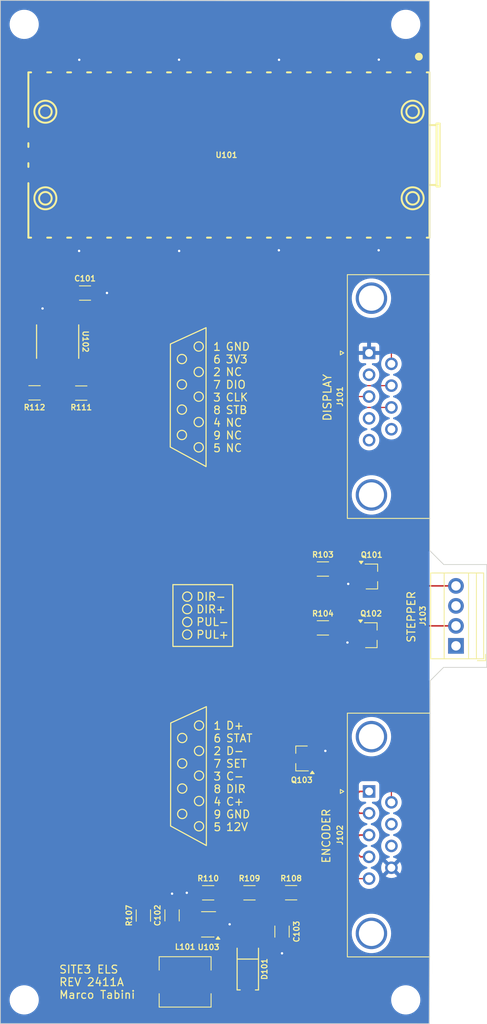
<source format=kicad_pcb>
(kicad_pcb (version 20240108) (generator "pcbnew") (generator_version "8.0")
  (layers (0 "F.Cu" signal) (31 "B.Cu" signal) (34 "B.Paste" user) (35 "F.Paste" user) (36 "B.SilkS" user "B.Silkscreen") (37 "F.SilkS" user "F.Silkscreen") (38 "B.Mask" user) (39 "F.Mask" user) (44 "Edge.Cuts" user))
  (net 0 "")
  (net 1 "+3.3V")
  (net 2 "GND")
  (net 3 "+5V")
  (net 4 "+12V")
  (net 5 "Net-(D101-A)")
  (net 7 "/DIS_DIO")
  (net 8 "/NC")
  (net 9 "/DIS_STB")
  (net 10 "/DIS_CLK")
  (net 13 "/ENC_DIR")
  (net 14 "/ENC_DAT-")
  (net 15 "/ENC_SET")
  (net 16 "/ENC_CLK-")
  (net 17 "/ENC_CLK+")
  (net 18 "/~{ENC_STAT}")
  (net 19 "/ENC_DAT+")
  (net 20 "/STP_PUL+")
  (net 21 "/STP_DIR+")
  (net 22 "/STP_PUL-")
  (net 23 "/STP_DIR-")
  (net 24 "Net-(Q101-G)")
  (net 25 "Net-(Q102-G)")
  (net 26 "Net-(Q103-D)")
  (net 27 "Net-(U101-GP21)")
  (net 28 "Net-(U101-GP22)")
  (net 29 "Net-(U103-EN)")
  (net 30 "Net-(R108-Pad2)")
  (net 31 "Net-(U103-FB)")
  (net 38 "/ENC_DAT")
  (net 45 "/ENC_CLK")
  (footprint "MountingHole:MountingHole_3.2mm_M3_DIN965" (layer "F.Cu") (at 84.745 43.005)
    (property "Reference" "REF**" (hide yes))
    (property "Value" "MountingHole_3.2mm_M3_DIN965" (hide yes))
    (pad "" np_thru_hole circle (at 0 0) (size 3.2 3.2) (drill 3.2) (layers "F&B.Cu" "*.Mask"))
  )
  (footprint "Resistor_SMD:R_1206_3216Metric_Pad1.30x1.75mm_HandSolder" (layer "F.Cu") (at 122.73 112.21)
    (property "Reference" "R103" (at 0 -1.82 0) (layer "F.SilkS") (effects (font (size 0.7 0.7))))
    (property "Value" "100R" (hide yes))
    (pad "1" smd roundrect (at -1.55 0) (size 1.3 1.75) (layers "F.Cu" "F.Paste" "F.Mask") (roundrect_rratio 0.192308) (net 28 "Net-(U101-GP22)"))
    (pad "2" smd roundrect (at 1.55 0) (size 1.3 1.75) (layers "F.Cu" "F.Paste" "F.Mask") (roundrect_rratio 0.192308) (net 24 "Net-(Q101-G)"))
  )
  (footprint "Capacitor_SMD:C_1206_3216Metric_Pad1.33x1.80mm_HandSolder" (layer "F.Cu") (at 103.55 156.2175 90)
    (property "Reference" "C102" (at 0 -1.85 90) (layer "F.SilkS") (effects (font (size 0.7 0.7))))
    (property "Value" "22µ" (hide yes))
    (pad "1" smd roundrect (at -1.5625 0 90) (size 1.325 1.8) (layers "F.Cu" "F.Paste" "F.Mask") (roundrect_rratio 0.188679) (net 3 "+5V"))
    (pad "2" smd roundrect (at 1.5625 0 90) (size 1.325 1.8) (layers "F.Cu" "F.Paste" "F.Mask") (roundrect_rratio 0.188679) (net 2 "GND"))
  )
  (footprint "Package_TO_SOT_SMD:SOT-23-6_Handsoldering" (layer "F.Cu") (at 108.19 157.3575 180)
    (property "Reference" "U103" (at 0 -2.9 360) (layer "F.SilkS") (effects (font (size 0.7 0.7))))
    (property "Value" "SDB628" (hide yes))
    (pad "1" smd roundrect (at -1.35 -0.95 180) (size 1.56 0.65) (layers "F.Cu" "F.Paste" "F.Mask") (net 5 "Net-(D101-A)"))
    (pad "2" smd roundrect (at -1.35 0 180) (size 1.56 0.65) (layers "F.Cu" "F.Paste" "F.Mask") (net 2 "GND"))
    (pad "3" smd roundrect (at -1.35 0.95 180) (size 1.56 0.65) (layers "F.Cu" "F.Paste" "F.Mask") (net 31 "Net-(U103-FB)"))
    (pad "4" smd roundrect (at 1.35 0.95 180) (size 1.56 0.65) (layers "F.Cu" "F.Paste" "F.Mask") (net 29 "Net-(U103-EN)"))
    (pad "5" smd roundrect (at 1.35 0 180) (size 1.56 0.65) (layers "F.Cu" "F.Paste" "F.Mask") (net 3 "+5V"))
    (pad "6" smd roundrect (at 1.35 -0.95 180) (size 1.56 0.65) (layers "F.Cu" "F.Paste" "F.Mask"))
  )
  (footprint "MountingHole:MountingHole_3.2mm_M3_DIN965" (layer "F.Cu") (at 133.265 43.005)
    (property "Reference" "REF**" (hide yes))
    (property "Value" "MountingHole_3.2mm_M3_DIN965" (hide yes))
    (pad "" np_thru_hole circle (at 0 0) (size 3.2 3.2) (drill 3.2) (layers "F&B.Cu" "*.Mask"))
  )
  (footprint "MountingHole:MountingHole_3.2mm_M3_DIN965" (layer "F.Cu") (at 84.745 166.955)
    (property "Reference" "REF**" (hide yes))
    (property "Value" "MountingHole_3.2mm_M3_DIN965" (hide yes))
    (pad "" np_thru_hole circle (at 0 0) (size 3.2 3.2) (drill 3.2) (layers "F&B.Cu" "*.Mask"))
  )
  (footprint "Resistor_SMD:R_1206_3216Metric_Pad1.30x1.75mm_HandSolder" (layer "F.Cu") (at 86.06 89.825)
    (property "Reference" "R112" (at 0 1.85 0) (layer "F.SilkS") (effects (font (size 0.7 0.7))))
    (property "Value" "120R" (hide yes))
    (pad "1" smd roundrect (at -1.55 0) (size 1.3 1.75) (layers "F.Cu" "F.Paste" "F.Mask") (roundrect_rratio 0.192308) (net 17 "/ENC_CLK+"))
    (pad "2" smd roundrect (at 1.55 0) (size 1.3 1.75) (layers "F.Cu" "F.Paste" "F.Mask") (roundrect_rratio 0.192308) (net 16 "/ENC_CLK-"))
  )
  (footprint "Resistor_SMD:R_1206_3216Metric_Pad1.30x1.75mm_HandSolder" (layer "F.Cu") (at 113.39 153.35 180)
    (property "Reference" "R109" (at 0 1.83 360) (layer "F.SilkS") (effects (font (size 0.7 0.7))))
    (property "Value" "10k" (hide yes))
    (pad "1" smd roundrect (at -1.55 0 180) (size 1.3 1.75) (layers "F.Cu" "F.Paste" "F.Mask") (roundrect_rratio 0.192308) (net 30 "Net-(R108-Pad2)"))
    (pad "2" smd roundrect (at 1.55 0 180) (size 1.3 1.75) (layers "F.Cu" "F.Paste" "F.Mask") (roundrect_rratio 0.192308) (net 31 "Net-(U103-FB)"))
  )
  (footprint "Resistor_SMD:R_1206_3216Metric_Pad1.30x1.75mm_HandSolder" (layer "F.Cu") (at 122.73 119.69)
    (property "Reference" "R104" (at 0 -1.82 0) (layer "F.SilkS") (effects (font (size 0.7 0.7))))
    (property "Value" "100R" (hide yes))
    (pad "1" smd roundrect (at -1.55 0) (size 1.3 1.75) (layers "F.Cu" "F.Paste" "F.Mask") (roundrect_rratio 0.192308) (net 27 "Net-(U101-GP21)"))
    (pad "2" smd roundrect (at 1.55 0) (size 1.3 1.75) (layers "F.Cu" "F.Paste" "F.Mask") (roundrect_rratio 0.192308) (net 25 "Net-(Q102-G)"))
  )
  (footprint "Package_TO_SOT_SMD:SOT-23_Handsoldering" (layer "F.Cu") (at 128.93 113.16)
    (property "Reference" "Q101" (at 0 -2.75 0) (layer "F.SilkS") (effects (font (size 0.7 0.7))))
    (property "Value" "SI2302" (hide yes))
    (pad "1" smd roundrect (at -1.5 -0.95) (size 1.9 0.8) (layers "F.Cu" "F.Paste" "F.Mask") (net 24 "Net-(Q101-G)"))
    (pad "2" smd roundrect (at -1.5 0.95) (size 1.9 0.8) (layers "F.Cu" "F.Paste" "F.Mask") (net 2 "GND"))
    (pad "3" smd roundrect (at 1.5 0) (size 1.9 0.8) (layers "F.Cu" "F.Paste" "F.Mask") (net 23 "/STP_DIR-"))
  )
  (footprint "easyeda2kicad:SMA_L4.4-W2.8-LS5.4-R-RD" (layer "F.Cu") (at 113.18 163.04 -90)
    (property "Reference" "D101" (at 0 -2.12 90) (layer "F.SilkS") (effects (font (size 0.7 0.7))))
    (property "Value" "SS54" (hide yes))
    (pad "1" smd rect (at 2.5 0 270) (size 2.06 1.54) (layers "F.Cu" "F.Paste" "F.Mask") (net 5 "Net-(D101-A)"))
    (pad "2" smd rect (at -2.5 0 270) (size 2.06 1.54) (layers "F.Cu" "F.Paste" "F.Mask") (net 4 "+12V"))
  )
  (footprint "footprints:SO1SOP-8-A_TPK" (layer "F.Cu") (at 89 83.315 -90)
    (property "Reference" "U102" (at -0.01 -3.54 -90) (layer "F.SilkS") (effects (font (size 0.7 0.7))))
    (property "Value" "TPT480L1-SO1R" (hide yes))
    (pad "1" smd rect (at -2.72415 -1.905 270) (size 1.4605 0.5588) (layers "F.Cu" "F.Paste" "F.Mask") (net 1 "+3.3V"))
    (pad "2" smd rect (at -2.72415 -0.635 270) (size 1.4605 0.5588) (layers "F.Cu" "F.Paste" "F.Mask") (net 38 "/ENC_DAT"))
    (pad "3" smd rect (at -2.72415 0.635 270) (size 1.4605 0.5588) (layers "F.Cu" "F.Paste" "F.Mask") (net 45 "/ENC_CLK"))
    (pad "4" smd rect (at -2.72415 1.905 270) (size 1.4605 0.5588) (layers "F.Cu" "F.Paste" "F.Mask") (net 2 "GND"))
    (pad "5" smd rect (at 2.72415 1.905 270) (size 1.4605 0.5588) (layers "F.Cu" "F.Paste" "F.Mask") (net 17 "/ENC_CLK+"))
    (pad "6" smd rect (at 2.72415 0.635 270) (size 1.4605 0.5588) (layers "F.Cu" "F.Paste" "F.Mask") (net 16 "/ENC_CLK-"))
    (pad "7" smd rect (at 2.72415 -0.635 270) (size 1.4605 0.5588) (layers "F.Cu" "F.Paste" "F.Mask") (net 14 "/ENC_DAT-"))
    (pad "8" smd rect (at 2.72415 -1.905 270) (size 1.4605 0.5588) (layers "F.Cu" "F.Paste" "F.Mask") (net 19 "/ENC_DAT+"))
  )
  (footprint "Package_TO_SOT_SMD:SOT-23_Handsoldering" (layer "F.Cu") (at 128.86 120.62)
    (property "Reference" "Q102" (at 0 -2.75 0) (layer "F.SilkS") (effects (font (size 0.7 0.7))))
    (property "Value" "SI2302" (hide yes))
    (pad "1" smd roundrect (at -1.5 -0.95) (size 1.9 0.8) (layers "F.Cu" "F.Paste" "F.Mask") (net 25 "Net-(Q102-G)"))
    (pad "2" smd roundrect (at -1.5 0.95) (size 1.9 0.8) (layers "F.Cu" "F.Paste" "F.Mask") (net 2 "GND"))
    (pad "3" smd roundrect (at 1.5 0) (size 1.9 0.8) (layers "F.Cu" "F.Paste" "F.Mask") (net 22 "/STP_PUL-"))
  )
  (footprint "Resistor_SMD:R_1206_3216Metric_Pad1.30x1.75mm_HandSolder" (layer "F.Cu") (at 92 89.855 180)
    (property "Reference" "R111" (at 0 -1.82 0) (layer "F.SilkS") (effects (font (size 0.7 0.7))))
    (property "Value" "120R" (hide yes))
    (pad "1" smd roundrect (at -1.55 0 180) (size 1.3 1.75) (layers "F.Cu" "F.Paste" "F.Mask") (roundrect_rratio 0.192308) (net 19 "/ENC_DAT+"))
    (pad "2" smd roundrect (at 1.55 0 180) (size 1.3 1.75) (layers "F.Cu" "F.Paste" "F.Mask") (roundrect_rratio 0.192308) (net 14 "/ENC_DAT-"))
  )
  (footprint "TerminalBlock:TerminalBlock_Xinya_XY308-2.54-4P_1x04_P2.54mm_Horizontal" (layer "F.Cu") (at 139.65 121.9725 90)
    (property "Reference" "J103" (at 3.81 -4.22 90) (layer "F.SilkS") (effects (font (size 0.7 0.7))))
    (property "Value" "STEPPER DRIVER" (hide yes))
    (pad "1" thru_hole rect (at 0 0 90) (size 2 2) (drill 1.2) (layers "*.Cu" "*.Mask") (net 20 "/STP_PUL+"))
    (pad "2" thru_hole circle (at 2.54 0 90) (size 2 2) (drill 1.2) (layers "*.Cu" "*.Mask") (net 22 "/STP_PUL-"))
    (pad "3" thru_hole circle (at 5.08 0 90) (size 2 2) (drill 1.2) (layers "*.Cu" "*.Mask") (net 21 "/STP_DIR+"))
    (pad "4" thru_hole circle (at 7.62 0 90) (size 2 2) (drill 1.2) (layers "*.Cu" "*.Mask") (net 23 "/STP_DIR-"))
  )
  (footprint "Resistor_SMD:R_1206_3216Metric_Pad1.30x1.75mm_HandSolder" (layer "F.Cu") (at 108.14 153.35 180)
    (property "Reference" "R110" (at 0 1.83 360) (layer "F.SilkS") (effects (font (size 0.7 0.7))))
    (property "Value" "1k" (hide yes))
    (pad "1" smd roundrect (at -1.55 0 180) (size 1.3 1.75) (layers "F.Cu" "F.Paste" "F.Mask") (roundrect_rratio 0.192308) (net 31 "Net-(U103-FB)"))
    (pad "2" smd roundrect (at 1.55 0 180) (size 1.3 1.75) (layers "F.Cu" "F.Paste" "F.Mask") (roundrect_rratio 0.192308) (net 2 "GND"))
  )
  (footprint "Connector_Dsub:DSUB-9_Female_Horizontal_P2.77x2.84mm_EdgePinOffset4.94mm_Housed_MountingHolesOffset7.48mm" (layer "F.Cu") (at 128.599669 140.47 90)
    (property "Reference" "J102" (at -5.54 -3.7 90) (layer "F.SilkS") (effects (font (size 0.7 0.7))))
    (property "Value" "ENCODER" (hide yes))
    (pad "0" thru_hole circle (at -18.04 0.3 90) (size 4 4) (drill 3.2) (layers "*.Cu" "*.Mask"))
    (pad "0" thru_hole circle (at 6.96 0.3 90) (size 4 4) (drill 3.2) (layers "*.Cu" "*.Mask"))
    (pad "1" thru_hole rect (at 0 0 90) (size 1.6 1.6) (drill 1) (layers "*.Cu" "*.Mask") (net 19 "/ENC_DAT+"))
    (pad "2" thru_hole circle (at -2.77 0 90) (size 1.6 1.6) (drill 1) (layers "*.Cu" "*.Mask") (net 14 "/ENC_DAT-"))
    (pad "3" thru_hole circle (at -5.54 0 90) (size 1.6 1.6) (drill 1) (layers "*.Cu" "*.Mask") (net 16 "/ENC_CLK-"))
    (pad "4" thru_hole circle (at -8.31 0 90) (size 1.6 1.6) (drill 1) (layers "*.Cu" "*.Mask") (net 17 "/ENC_CLK+"))
    (pad "5" thru_hole circle (at -11.08 0 90) (size 1.6 1.6) (drill 1) (layers "*.Cu" "*.Mask") (net 4 "+12V"))
    (pad "6" thru_hole circle (at -1.385 2.84 90) (size 1.6 1.6) (drill 1) (layers "*.Cu" "*.Mask") (net 18 "/~{ENC_STAT}"))
    (pad "7" thru_hole circle (at -4.155 2.84 90) (size 1.6 1.6) (drill 1) (layers "*.Cu" "*.Mask") (net 15 "/ENC_SET"))
    (pad "8" thru_hole circle (at -6.925 2.84 90) (size 1.6 1.6) (drill 1) (layers "*.Cu" "*.Mask") (net 13 "/ENC_DIR"))
    (pad "9" thru_hole circle (at -9.695 2.84 90) (size 1.6 1.6) (drill 1) (layers "*.Cu" "*.Mask") (net 2 "GND"))
  )
  (footprint "easyeda2kicad:COMM-SMD_L51.0-W21.0-P2.54_SC0916" (layer "F.Cu") (at 110.47 59.605 180)
    (property "Reference" "U101" (at 0 0 0) (layer "F.SilkS") (effects (font (size 0.7 0.7))))
    (property "Value" "PI PICO" (hide yes))
    (pad "1" smd rect (at -24.45 10.09 180) (size 1.6 3.2) (layers "F.Cu" "F.Paste" "F.Mask"))
    (pad "2" smd rect (at -21.91 10.09 180) (size 1.6 3.2) (layers "F.Cu" "F.Paste" "F.Mask"))
    (pad "3" smd rect (at -19.37 10.09 180) (size 1.6 3.2) (layers "F.Cu" "F.Paste" "F.Mask") (net 2 "GND"))
    (pad "4" smd rect (at -16.83 10.09 180) (size 1.6 3.2) (layers "F.Cu" "F.Paste" "F.Mask"))
    (pad "5" smd rect (at -14.29 10.09 180) (size 1.6 3.2) (layers "F.Cu" "F.Paste" "F.Mask"))
    (pad "6" smd rect (at -11.75 10.09 180) (size 1.6 3.2) (layers "F.Cu" "F.Paste" "F.Mask"))
    (pad "7" smd rect (at -9.21 10.09 180) (size 1.6 3.2) (layers "F.Cu" "F.Paste" "F.Mask"))
    (pad "8" smd rect (at -6.67 10.09 180) (size 1.6 3.2) (layers "F.Cu" "F.Paste" "F.Mask") (net 2 "GND"))
    (pad "9" smd rect (at -4.13 10.09 180) (size 1.6 3.2) (layers "F.Cu" "F.Paste" "F.Mask"))
    (pad "10" smd rect (at -1.59 10.09 180) (size 1.6 3.2) (layers "F.Cu" "F.Paste" "F.Mask"))
    (pad "11" smd rect (at 0.95 10.09 180) (size 1.6 3.2) (layers "F.Cu" "F.Paste" "F.Mask"))
    (pad "12" smd rect (at 3.49 10.09 180) (size 1.6 3.2) (layers "F.Cu" "F.Paste" "F.Mask"))
    (pad "13" smd rect (at 6.03 10.09 180) (size 1.6 3.2) (layers "F.Cu" "F.Paste" "F.Mask") (net 2 "GND"))
    (pad "14" smd rect (at 8.57 10.09 180) (size 1.6 3.2) (layers "F.Cu" "F.Paste" "F.Mask"))
    (pad "15" smd rect (at 11.11 10.09 180) (size 1.6 3.2) (layers "F.Cu" "F.Paste" "F.Mask"))
    (pad "16" smd rect (at 13.65 10.09 180) (size 1.6 3.2) (layers "F.Cu" "F.Paste" "F.Mask"))
    (pad "17" smd rect (at 16.19 10.09 180) (size 1.6 3.2) (layers "F.Cu" "F.Paste" "F.Mask"))
    (pad "18" smd rect (at 18.73 10.09 180) (size 1.6 3.2) (layers "F.Cu" "F.Paste" "F.Mask") (net 2 "GND"))
    (pad "19" smd rect (at 21.27 10.09 180) (size 1.6 3.2) (layers "F.Cu" "F.Paste" "F.Mask"))
    (pad "20" smd rect (at 23.81 10.09 180) (size 1.6 3.2) (layers "F.Cu" "F.Paste" "F.Mask"))
    (pad "21" smd rect (at 23.81 -10.09 180) (size 1.6 3.2) (layers "F.Cu" "F.Paste" "F.Mask") (net 45 "/ENC_CLK"))
    (pad "22" smd rect (at 21.27 -10.09 180) (size 1.6 3.2) (layers "F.Cu" "F.Paste" "F.Mask"))
    (pad "23" smd rect (at 18.73 -10.09 180) (size 1.6 3.2) (layers "F.Cu" "F.Paste" "F.Mask") (net 2 "GND"))
    (pad "24" smd rect (at 16.19 -10.09 180) (size 1.6 3.2) (layers "F.Cu" "F.Paste" "F.Mask") (net 38 "/ENC_DAT"))
    (pad "25" smd rect (at 13.65 -10.09 180) (size 1.6 3.2) (layers "F.Cu" "F.Paste" "F.Mask"))
    (pad "26" smd rect (at 11.11 -10.09 180) (size 1.6 3.2) (layers "F.Cu" "F.Paste" "F.Mask") (net 26 "Net-(Q103-D)"))
    (pad "27" smd rect (at 8.57 -10.09 180) (size 1.6 3.2) (layers "F.Cu" "F.Paste" "F.Mask") (net 27 "Net-(U101-GP21)"))
    (pad "28" smd rect (at 6.03 -10.09 180) (size 1.6 3.2) (layers "F.Cu" "F.Paste" "F.Mask") (net 2 "GND"))
    (pad "29" smd rect (at 3.49 -10.09 180) (size 1.6 3.2) (layers "F.Cu" "F.Paste" "F.Mask") (net 28 "Net-(U101-GP22)"))
    (pad "30" smd rect (at 0.95 -10.09 180) (size 1.6 3.2) (layers "F.Cu" "F.Paste" "F.Mask"))
    (pad "31" smd rect (at -1.59 -10.09 180) (size 1.6 3.2) (layers "F.Cu" "F.Paste" "F.Mask") (net 9 "/DIS_STB"))
    (pad "32" smd rect (at -4.13 -10.09 180) (size 1.6 3.2) (layers "F.Cu" "F.Paste" "F.Mask") (net 10 "/DIS_CLK"))
    (pad "33" smd rect (at -6.67 -10.09 180) (size 1.6 3.2) (layers "F.Cu" "F.Paste" "F.Mask") (net 2 "GND"))
    (pad "34" smd rect (at -9.21 -10.09 180) (size 1.6 3.2) (layers "F.Cu" "F.Paste" "F.Mask") (net 7 "/DIS_DIO"))
    (pad "35" smd rect (at -11.75 -10.09 180) (size 1.6 3.2) (layers "F.Cu" "F.Paste" "F.Mask"))
    (pad "36" smd rect (at -14.29 -10.09 180) (size 1.6 3.2) (layers "F.Cu" "F.Paste" "F.Mask") (net 1 "+3.3V"))
    (pad "37" smd rect (at -16.83 -10.09 180) (size 1.6 3.2) (layers "F.Cu" "F.Paste" "F.Mask"))
    (pad "38" smd rect (at -19.37 -10.09 180) (size 1.6 3.2) (layers "F.Cu" "F.Paste" "F.Mask") (net 2 "GND"))
    (pad "39" smd rect (at -21.91 -10.09 180) (size 1.6 3.2) (layers "F.Cu" "F.Paste" "F.Mask"))
    (pad "40" smd rect (at -24.45 -10.09 180) (size 1.6 3.2) (layers "F.Cu" "F.Paste" "F.Mask") (net 3 "+5V"))
    (pad "41" smd rect (at 24.61 2.54 270) (size 1.6 3.2) (layers "F.Cu" "F.Paste" "F.Mask"))
    (pad "42" smd rect (at 24.61 0 270) (size 1.6 3.2) (layers "F.Cu" "F.Paste" "F.Mask"))
    (pad "43" smd rect (at 24.61 -2.54 270) (size 1.6 3.2) (layers "F.Cu" "F.Paste" "F.Mask"))
    (pad "TP1" smd rect (at -21.31 0 180) (size 1.5 1.5) (layers "F.Cu" "F.Paste" "F.Mask"))
    (pad "TP2" smd rect (at -24.61 -1 180) (size 1.5 1.5) (layers "F.Cu" "F.Paste" "F.Mask"))
    (pad "TP3" smd rect (at -24.61 1 180) (size 1.5 1.5) (layers "F.Cu" "F.Paste" "F.Mask"))
    (pad "TP4" smd rect (at -17.82 2.5 180) (size 1.5 1.5) (layers "F.Cu" "F.Paste" "F.Mask"))
    (pad "TP5" smd rect (at -15.19 2.5 180) (size 1.5 1.5) (layers "F.Cu" "F.Paste" "F.Mask"))
    (pad "TP6" smd rect (at -12.82 2.5 180) (size 1.5 1.5) (layers "F.Cu" "F.Paste" "F.Mask"))
  )
  (footprint "Inductor_SMD:L_6.3x6.3_H3" (layer "F.Cu") (at 105.21 164.67)
    (property "Reference" "L101" (at 0 -4.45 360) (layer "F.SilkS") (effects (font (size 0.7 0.7))))
    (property "Value" "10µ" (hide yes))
    (pad "1" smd rect (at -2.75 0) (size 1.5 2.4) (layers "F.Cu" "F.Paste" "F.Mask") (net 3 "+5V"))
    (pad "2" smd rect (at 2.75 0) (size 1.5 2.4) (layers "F.Cu" "F.Paste" "F.Mask") (net 5 "Net-(D101-A)"))
  )
  (footprint "MountingHole:MountingHole_3.2mm_M3_DIN965" (layer "F.Cu") (at 133.265 166.955)
    (property "Reference" "REF**" (hide yes))
    (property "Value" "MountingHole_3.2mm_M3_DIN965" (hide yes))
    (pad "" np_thru_hole circle (at 0 0) (size 3.2 3.2) (drill 3.2) (layers "*.Cu" "*.Mask"))
  )
  (footprint "Connector_Dsub:DSUB-9_Female_Horizontal_P2.77x2.84mm_EdgePinOffset4.94mm_Housed_MountingHolesOffset7.48mm" (layer "F.Cu") (at 128.599669 84.755 90)
    (property "Reference" "J101" (at -5.54 -3.7 90) (layer "F.SilkS") (effects (font (size 0.7 0.7))))
    (property "Value" "DISPLAY" (hide yes))
    (pad "0" thru_hole circle (at -18.04 0.3 90) (size 4 4) (drill 3.2) (layers "*.Cu" "*.Mask"))
    (pad "0" thru_hole circle (at 6.96 0.3 90) (size 4 4) (drill 3.2) (layers "*.Cu" "*.Mask"))
    (pad "1" thru_hole rect (at 0 0 90) (size 1.6 1.6) (drill 1) (layers "*.Cu" "*.Mask") (net 2 "GND"))
    (pad "2" thru_hole circle (at -2.77 0 90) (size 1.6 1.6) (drill 1) (layers "*.Cu" "*.Mask") (net 8 "/NC"))
    (pad "3" thru_hole circle (at -5.54 0 90) (size 1.6 1.6) (drill 1) (layers "*.Cu" "*.Mask") (net 10 "/DIS_CLK"))
    (pad "4" thru_hole circle (at -8.31 0 90) (size 1.6 1.6) (drill 1) (layers "*.Cu" "*.Mask"))
    (pad "5" thru_hole circle (at -11.08 0 90) (size 1.6 1.6) (drill 1) (layers "*.Cu" "*.Mask"))
    (pad "6" thru_hole circle (at -1.385 2.84 90) (size 1.6 1.6) (drill 1) (layers "*.Cu" "*.Mask") (net 1 "+3.3V"))
    (pad "7" thru_hole circle (at -4.155 2.84 90) (size 1.6 1.6) (drill 1) (layers "*.Cu" "*.Mask") (net 7 "/DIS_DIO"))
    (pad "8" thru_hole circle (at -6.925 2.84 90) (size 1.6 1.6) (drill 1) (layers "*.Cu" "*.Mask") (net 9 "/DIS_STB"))
    (pad "9" thru_hole circle (at -9.695 2.84 90) (size 1.6 1.6) (drill 1) (layers "*.Cu" "*.Mask"))
  )
  (footprint "Capacitor_SMD:C_1206_3216Metric_Pad1.33x1.80mm_HandSolder" (layer "F.Cu") (at 117.53 158.2775 -90)
    (property "Reference" "C103" (at 0 -1.85 90) (layer "F.SilkS") (effects (font (size 0.7 0.7))))
    (property "Value" "22µ" (hide yes))
    (pad "1" smd roundrect (at -1.5625 0 270) (size 1.325 1.8) (layers "F.Cu" "F.Paste" "F.Mask") (roundrect_rratio 0.188679) (net 4 "+12V"))
    (pad "2" smd roundrect (at 1.5625 0 270) (size 1.325 1.8) (layers "F.Cu" "F.Paste" "F.Mask") (roundrect_rratio 0.188679) (net 2 "GND"))
  )
  (footprint "Capacitor_SMD:C_1206_3216Metric_Pad1.33x1.80mm_HandSolder" (layer "F.Cu") (at 92.4825 77.145)
    (property "Reference" "C101" (at 0 -1.85 0) (layer "F.SilkS") (effects (font (size 0.7 0.7))))
    (property "Value" "100n" (hide yes))
    (pad "1" smd roundrect (at -1.5625 0) (size 1.325 1.8) (layers "F.Cu" "F.Paste" "F.Mask") (roundrect_rratio 0.188679) (net 1 "+3.3V"))
    (pad "2" smd roundrect (at 1.5625 0) (size 1.325 1.8) (layers "F.Cu" "F.Paste" "F.Mask") (roundrect_rratio 0.188679) (net 2 "GND"))
  )
  (footprint "Resistor_SMD:R_1206_3216Metric_Pad1.30x1.75mm_HandSolder" (layer "F.Cu") (at 118.69 153.34 180)
    (property "Reference" "R108" (at 0 1.82 360) (layer "F.SilkS") (effects (font (size 0.7 0.7))))
    (property "Value" "10k" (hide yes))
    (pad "1" smd roundrect (at -1.55 0 180) (size 1.3 1.75) (layers "F.Cu" "F.Paste" "F.Mask") (roundrect_rratio 0.192308) (net 4 "+12V"))
    (pad "2" smd roundrect (at 1.55 0 180) (size 1.3 1.75) (layers "F.Cu" "F.Paste" "F.Mask") (roundrect_rratio 0.192308) (net 30 "Net-(R108-Pad2)"))
  )
  (footprint "Package_TO_SOT_SMD:SOT-23_Handsoldering" (layer "F.Cu") (at 120.04 136.2775 180)
    (property "Reference" "Q103" (at 0 -2.75 0) (layer "F.SilkS") (effects (font (size 0.7 0.7))))
    (property "Value" "SI2302" (hide yes))
    (pad "1" smd roundrect (at -1.5 -0.95 180) (size 1.9 0.8) (layers "F.Cu" "F.Paste" "F.Mask") (net 18 "/~{ENC_STAT}"))
    (pad "2" smd roundrect (at -1.5 0.95 180) (size 1.9 0.8) (layers "F.Cu" "F.Paste" "F.Mask") (net 2 "GND"))
    (pad "3" smd roundrect (at 1.5 0 180) (size 1.9 0.8) (layers "F.Cu" "F.Paste" "F.Mask") (net 26 "Net-(Q103-D)"))
  )
  (footprint "Resistor_SMD:R_1206_3216Metric_Pad1.30x1.75mm_HandSolder" (layer "F.Cu") (at 99.9 156.2375 90)
    (property "Reference" "R107" (at 0 -1.82 90) (layer "F.SilkS") (effects (font (size 0.7 0.7))))
    (property "Value" "10k" (hide yes))
    (pad "1" smd roundrect (at -1.55 0 90) (size 1.3 1.75) (layers "F.Cu" "F.Paste" "F.Mask") (roundrect_rratio 0.192308) (net 3 "+5V"))
    (pad "2" smd roundrect (at 1.55 0 90) (size 1.3 1.75) (layers "F.Cu" "F.Paste" "F.Mask") (roundrect_rratio 0.192308) (net 29 "Net-(U103-EN)"))
  )
  (gr_circle (center 106.98 132.09) (end 106.46 132.36) (stroke (width 0.15)) (fill none) (layer "F.SilkS"))
  (gr_circle (center 104.84 136.91) (end 104.32 137.18) (stroke (width 0.15)) (fill none) (layer "F.SilkS"))
  (gr_line (start 107.87 81.55) (end 107.87 99.19) (stroke (width 0.15)) (layer "F.SilkS"))
  (gr_circle (center 105.47 117.305) (end 104.95 117.575) (stroke (width 0.15)) (fill none) (layer "F.SilkS"))
  (gr_circle (center 104.8 91.95) (end 104.28 92.22) (stroke (width 0.15)) (fill none) (layer "F.SilkS"))
  (gr_line (start 103.36 144.86) (end 103.38 131.77) (stroke (width 0.15)) (layer "F.SilkS"))
  (gr_circle (center 106.98 141.69) (end 106.46 141.96) (stroke (width 0.15)) (fill none) (layer "F.SilkS"))
  (gr_circle (center 106.98 144.9) (end 106.46 145.17) (stroke (width 0.15)) (fill none) (layer "F.SilkS"))
  (gr_circle (center 106.94 83.94) (end 106.42 84.21) (stroke (width 0.15)) (fill none) (layer "F.SilkS"))
  (gr_line (start 107.91 129.7) (end 107.91 147.34) (stroke (width 0.15)) (layer "F.SilkS"))
  (gr_line (start 107.91 147.34) (end 103.36 144.86) (stroke (width 0.15)) (layer "F.SilkS"))
  (gr_circle (center 104.8 88.76) (end 104.28 89.03) (stroke (width 0.15)) (fill none) (layer "F.SilkS"))
  (gr_circle (center 106.94 96.75) (end 106.42 97.02) (stroke (width 0.15)) (fill none) (layer "F.SilkS"))
  (gr_circle (center 106.98 138.46) (end 106.46 138.73) (stroke (width 0.15)) (fill none) (layer "F.SilkS"))
  (gr_circle (center 104.8 85.53) (end 104.28 85.8) (stroke (width 0.15)) (fill none) (layer "F.SilkS"))
  (gr_circle (center 104.84 140.1) (end 104.32 140.37) (stroke (width 0.15)) (fill none) (layer "F.SilkS"))
  (gr_line (start 107.87 99.19) (end 103.32 96.71) (stroke (width 0.15)) (layer "F.SilkS"))
  (gr_circle (center 105.47 120.529082) (end 104.95 120.799082) (stroke (width 0.15)) (fill none) (layer "F.SilkS"))
  (gr_circle (center 104.84 143.33) (end 104.32 143.6) (stroke (width 0.15)) (fill none) (layer "F.SilkS"))
  (gr_circle (center 105.48 118.939082) (end 104.96 119.209082) (stroke (width 0.15)) (fill none) (layer "F.SilkS"))
  (gr_circle (center 106.94 90.31) (end 106.42 90.58) (stroke (width 0.15)) (fill none) (layer "F.SilkS"))
  (gr_circle (center 106.94 87.17) (end 106.42 87.44) (stroke (width 0.15)) (fill none) (layer "F.SilkS"))
  (gr_circle (center 105.48 115.715) (end 104.96 115.985) (stroke (width 0.15)) (fill none) (layer "F.SilkS"))
  (gr_circle (center 104.84 133.68) (end 104.32 133.95) (stroke (width 0.15)) (fill none) (layer "F.SilkS"))
  (gr_rect (start 103.66 114.195) (end 111.26 122.045) (stroke (width 0.15)) (fill none) (layer "F.SilkS"))
  (gr_line (start 107.87 81.55) (end 103.34 83.62) (stroke (width 0.15)) (layer "F.SilkS"))
  (gr_line (start 103.32 96.71) (end 103.34 83.62) (stroke (width 0.15)) (layer "F.SilkS"))
  (gr_circle (center 106.94 93.54) (end 106.42 93.81) (stroke (width 0.15)) (fill none) (layer "F.SilkS"))
  (gr_circle (center 104.8 95.18) (end 104.28 95.45) (stroke (width 0.15)) (fill none) (layer "F.SilkS"))
  (gr_circle (center 106.98 135.32) (end 106.46 135.59) (stroke (width 0.15)) (fill none) (layer "F.SilkS"))
  (gr_line (start 107.91 129.7) (end 103.38 131.77) (stroke (width 0.15)) (layer "F.SilkS"))
  (gr_line (start 136.31 109.86) (end 138.09 111.64) (stroke (width 0.1)) (layer "Edge.Cuts"))
  (gr_line (start 136.26 169.98) (end 81.72 169.97) (stroke (width 0.1)) (layer "Edge.Cuts"))
  (gr_line (start 81.72 39.96) (end 136.29 40.01) (stroke (width 0.1)) (layer "Edge.Cuts"))
  (gr_line (start 143.57 111.64) (end 143.56 124.71) (stroke (width 0.1)) (layer "Edge.Cuts"))
  (gr_line (start 136.39 126.39) (end 136.26 169.98) (stroke (width 0.1)) (layer "Edge.Cuts"))
  (gr_line (start 138.07 124.71) (end 136.39 126.39) (stroke (width 0.1)) (layer "Edge.Cuts"))
  (gr_line (start 138.09 111.64) (end 143.57 111.64) (stroke (width 0.1)) (layer "Edge.Cuts"))
  (gr_line (start 81.72 169.97) (end 81.72 39.96) (stroke (width 0.1)) (layer "Edge.Cuts"))
  (gr_line (start 136.29 40.01) (end 136.31 109.86) (stroke (width 0.1)) (layer "Edge.Cuts"))
  (gr_line (start 143.56 124.71) (end 138.07 124.71) (stroke (width 0.1)) (layer "Edge.Cuts"))
  (gr_text "STEPPER" (at 134.55 118.29 90) (layer "F.SilkS") (effects (font (size 1 1)) (justify bottom)))
  (gr_text "DIR-\nDIR+\nPUL-\nPUL+\n" (at 106.55 121.135 0) (layer "F.SilkS") (effects (font (size 1 1)) (justify left bottom)))
  (gr_text "DISPLAY" (at 123.88 90.42 90) (layer "F.SilkS") (effects (font (size 1 1)) (justify bottom)))
  (gr_text "D+\nSTAT\nD-\nSET\nC-\nDIR\nC+\nGND\n12V" (at 110.33 131.52 0) (layer "F.SilkS") (effects (font (size 1 1)) (justify left top)))
  (gr_text "1\n6\n2\n7\n3\n8\n4\n9\n5" (at 108.73 145.59 0) (layer "F.SilkS") (effects (font (size 1 1)) (justify left bottom)))
  (gr_text "ENCODER" (at 123.74 146.13 90) (layer "F.SilkS") (effects (font (size 1 1)) (justify bottom)))
  (gr_text "GND\n3V3\nNC\nDIO\nCLK\nSTB\nNC\nNC\nNC" (at 110.29 83.37 0) (layer "F.SilkS") (effects (font (size 1 1)) (justify left top)))
  (gr_text "1\n6\n2\n7\n3\n8\n4\n9\n5" (at 108.69 97.44 0) (layer "F.SilkS") (effects (font (size 1 1)) (justify left bottom)))
  (gr_text "SITE3 ELS\nREV 2411A\nMarco Tabini" (at 89.12 166.89 0) (layer "F.SilkS") (effects (font (size 1 1)) (justify left bottom)))
  (segment (start 124.76 80.54) (end 125.44 81.22) (width 0.15) (layer "F.Cu") (net 1))
  (segment (start 94.75 74.36) (end 95.51 73.6) (width 0.15) (layer "F.Cu") (net 1))
  (segment (start 95.51 68.15) (end 95.91 67.75) (width 0.15) (layer "F.Cu") (net 1))
  (segment (start 90.92 77.145) (end 90.92 74.9) (width 0.15) (layer "F.Cu") (net 1))
  (segment (start 131.439669 82.229669) (end 131.439669 86.14) (width 0.15) (layer "F.Cu") (net 1))
  (segment (start 124.565 67.75) (end 124.76 67.945) (width 0.15) (layer "F.Cu") (net 1))
  (segment (start 130.43 81.22) (end 131.439669 82.229669) (width 0.15) (layer "F.Cu") (net 1))
  (segment (start 124.76 69.695) (end 124.76 80.54) (width 0.15) (layer "F.Cu") (net 1))
  (segment (start 91.46 74.36) (end 94.75 74.36) (width 0.15) (layer "F.Cu") (net 1))
  (segment (start 124.76 67.945) (end 124.76 69.695) (width 0.15) (layer "F.Cu") (net 1))
  (segment (start 95.91 67.75) (end 124.565 67.75) (width 0.15) (layer "F.Cu") (net 1))
  (segment (start 90.92 74.9) (end 91.46 74.36) (width 0.15) (layer "F.Cu") (net 1))
  (segment (start 125.44 81.22) (end 130.43 81.22) (width 0.15) (layer "F.Cu") (net 1))
  (segment (start 90.905 77.16) (end 90.92 77.145) (width 0.15) (layer "F.Cu") (net 1))
  (segment (start 90.905 80.59085) (end 90.905 77.16) (width 0.15) (layer "F.Cu") (net 1))
  (segment (start 95.51 73.6) (end 95.51 68.15) (width 0.15) (layer "F.Cu") (net 1))
  (segment (start 117.14 49.515) (end 117.14 47.52) (width 0.15) (layer "F.Cu") (net 2))
  (segment (start 117.14 47.52) (end 117.15 47.51) (width 0.15) (layer "F.Cu") (net 2))
  (segment (start 91.74 69.695) (end 91.74 71.785) (width 0.15) (layer "F.Cu") (net 2))
  (segment (start 104.44 71.785) (end 104.45 71.795) (width 0.15) (layer "F.Cu") (net 2))
  (segment (start 91.74 49.515) (end 91.74 47.52) (width 0.15) (layer "F.Cu") (net 2))
  (segment (start 123.0325 135.3275) (end 123.04 135.32) (width 0.15) (layer "F.Cu") (net 2))
  (segment (start 125.87 121.57) (end 125.85 121.55) (width 0.15) (layer "F.Cu") (net 2))
  (segment (start 91.74 47.52) (end 91.75 47.51) (width 0.15) (layer "F.Cu") (net 2))
  (segment (start 109.54 157.3575) (end 110.8625 157.3575) (width 0.15) (layer "F.Cu") (net 2))
  (segment (start 103.55 154.655) (end 103.55 153.46) (width 0.15) (layer "F.Cu") (net 2))
  (segment (start 129.84 69.695) (end 129.84 71.69) (width 0.15) (layer "F.Cu") (net 2))
  (segment (start 104.44 69.695) (end 104.44 71.785) (width 0.15) (layer "F.Cu") (net 2))
  (segment (start 129.84 49.515) (end 129.84 47.49) (width 0.15) (layer "F.Cu") (net 2))
  (segment (start 117.53 159.84) (end 117.53 161.04) (width 0.15) (layer "F.Cu") (net 2))
  (segment (start 125.96 114.11) (end 125.95 114.1) (width 0.15) (layer "F.Cu") (net 2))
  (segment (start 95.26 77.145) (end 95.27 77.135) (width 0.15) (layer "F.Cu") (net 2))
  (segment (start 129.84 71.69) (end 129.82 71.71) (width 0.15) (layer "F.Cu") (net 2))
  (segment (start 106.59 153.35) (end 105.42 153.35) (width 0.15) (layer "F.Cu") (net 2))
  (segment (start 127.43 114.11) (end 125.96 114.11) (width 0.15) (layer "F.Cu") (net 2))
  (segment (start 121.54 135.3275) (end 123.0325 135.3275) (width 0.15) (layer "F.Cu") (net 2))
  (segment (start 87.095 80.59085) (end 87.095 79.12) (width 0.15) (layer "F.Cu") (net 2))
  (segment (start 94.045 77.145) (end 95.26 77.145) (width 0.15) (layer "F.Cu") (net 2))
  (segment (start 127.36 121.57) (end 125.87 121.57) (width 0.15) (layer "F.Cu") (net 2))
  (segment (start 87.095 79.12) (end 87.08 79.105) (width 0.15) (layer "F.Cu") (net 2))
  (segment (start 117.14 69.695) (end 117.14 71.7) (width 0.15) (layer "F.Cu") (net 2))
  (segment (start 117.14 71.7) (end 117.13 71.71) (width 0.15) (layer "F.Cu") (net 2))
  (segment (start 91.74 71.785) (end 91.73 71.795) (width 0.15) (layer "F.Cu") (net 2))
  (segment (start 110.8625 157.3575) (end 110.87 157.35) (width 0.15) (layer "F.Cu") (net 2))
  (segment (start 104.44 49.515) (end 104.44 47.5) (width 0.15) (layer "F.Cu") (net 2))
  (via (at 91.75 47.51) (size 0.5) (drill 0.3) (layers "F.Cu" "B.Cu") (net 2))
  (via (at 117.15 47.51) (size 0.5) (drill 0.3) (layers "F.Cu" "B.Cu") (net 2))
  (via (at 104.44 47.5) (size 0.5) (drill 0.3) (layers "F.Cu" "B.Cu") (net 2))
  (via (at 95.27 77.135) (size 0.5) (drill 0.3) (layers "F.Cu" "B.Cu") (net 2))
  (via (at 125.95 114.1) (size 0.5) (drill 0.3) (layers "F.Cu" "B.Cu") (net 2))
  (via (at 105.42 153.35) (size 0.5) (drill 0.3) (layers "F.Cu" "B.Cu") (net 2))
  (via (at 125.85 121.55) (size 0.5) (drill 0.3) (layers "F.Cu" "B.Cu") (net 2))
  (via (at 110.87 157.35) (size 0.5) (drill 0.3) (layers "F.Cu" "B.Cu") (net 2))
  (via (at 117.53 161.04) (size 0.5) (drill 0.3) (layers "F.Cu" "B.Cu") (net 2))
  (via (at 87.08 79.105) (size 0.5) (drill 0.3) (layers "F.Cu" "B.Cu") (net 2))
  (via (at 129.84 47.49) (size 0.5) (drill 0.3) (layers "F.Cu" "B.Cu") (net 2))
  (via (at 117.13 71.71) (size 0.5) (drill 0.3) (layers "F.Cu" "B.Cu") (net 2))
  (via (at 104.45 71.795) (size 0.5) (drill 0.3) (layers "F.Cu" "B.Cu") (net 2))
  (via (at 103.55 153.46) (size 0.5) (drill 0.3) (layers "F.Cu" "B.Cu") (net 2))
  (via (at 129.82 71.71) (size 0.5) (drill 0.3) (layers "F.Cu" "B.Cu") (net 2))
  (via (at 123.04 135.32) (size 0.5) (drill 0.3) (layers "F.Cu" "B.Cu") (net 2))
  (via (at 91.73 71.795) (size 0.5) (drill 0.3) (layers "F.Cu" "B.Cu") (net 2))
  (segment (start 83.1 157.08) (end 83.8075 157.7875) (width 0.15) (layer "F.Cu") (net 3))
  (segment (start 83.8075 157.7875) (end 99.9 157.7875) (width 0.15) (layer "F.Cu") (net 3))
  (segment (start 134.92 69.695) (end 134.92 67.87) (width 0.15) (layer "F.Cu") (net 3))
  (segment (start 104.91 157.78) (end 103.55 157.78) (width 0.15) (layer "F.Cu") (net 3))
  (segment (start 102.46 160.65) (end 103.55 159.56) (width 0.15) (layer "F.Cu") (net 3))
  (segment (start 134.4 67.35) (end 83.95 67.35) (width 0.15) (layer "F.Cu") (net 3))
  (segment (start 83.1 68.2) (end 83.1 157.08) (width 0.15) (layer "F.Cu") (net 3))
  (segment (start 105.3325 157.3575) (end 104.91 157.78) (width 0.15) (layer "F.Cu") (net 3))
  (segment (start 134.92 67.87) (end 134.4 67.35) (width 0.15) (layer "F.Cu") (net 3))
  (segment (start 99.9 157.7875) (end 103.5425 157.7875) (width 0.15) (layer "F.Cu") (net 3))
  (segment (start 103.55 159.56) (end 103.55 157.78) (width 0.15) (layer "F.Cu") (net 3))
  (segment (start 106.84 157.3575) (end 105.3325 157.3575) (width 0.15) (layer "F.Cu") (net 3))
  (segment (start 102.46 164.67) (end 102.46 160.65) (width 0.15) (layer "F.Cu") (net 3))
  (segment (start 83.95 67.35) (end 83.1 68.2) (width 0.15) (layer "F.Cu") (net 3))
  (segment (start 103.5425 157.7875) (end 103.55 157.78) (width 0.15) (layer "F.Cu") (net 3))
  (segment (start 123.91 152.8) (end 123.91 152.1) (width 0.15) (layer "F.Cu") (net 4))
  (segment (start 113.18 157.95) (end 114.415 156.715) (width 0.15) (layer "F.Cu") (net 4))
  (segment (start 123.37 153.34) (end 123.91 152.8) (width 0.15) (layer "F.Cu") (net 4))
  (segment (start 117.53 155.8) (end 118.08 155.25) (width 0.15) (layer "F.Cu") (net 4))
  (segment (start 117.53 156.715) (end 117.53 155.8) (width 0.15) (layer "F.Cu") (net 4))
  (segment (start 124.46 151.55) (end 128.599669 151.55) (width 0.15) (layer "F.Cu") (net 4))
  (segment (start 118.08 155.25) (end 119.77 155.25) (width 0.15) (layer "F.Cu") (net 4))
  (segment (start 120.24 154.78) (end 120.24 153.34) (width 0.15) (layer "F.Cu") (net 4))
  (segment (start 113.18 160.54) (end 113.18 157.95) (width 0.15) (layer "F.Cu") (net 4))
  (segment (start 114.415 156.715) (end 117.53 156.715) (width 0.15) (layer "F.Cu") (net 4))
  (segment (start 123.91 152.1) (end 124.46 151.55) (width 0.15) (layer "F.Cu") (net 4))
  (segment (start 120.24 153.34) (end 123.37 153.34) (width 0.15) (layer "F.Cu") (net 4))
  (segment (start 119.77 155.25) (end 120.24 154.78) (width 0.15) (layer "F.Cu") (net 4))
  (segment (start 109.57 164.67) (end 109.68 164.78) (width 0.15) (layer "F.Cu") (net 5))
  (segment (start 109.54 158.3075) (end 109.54 164.64) (width 0.15) (layer "F.Cu") (net 5))
  (segment (start 109.68 164.78) (end 110.44 165.54) (width 0.15) (layer "F.Cu") (net 5))
  (segment (start 107.96 164.67) (end 109.57 164.67) (width 0.15) (layer "F.Cu") (net 5))
  (segment (start 113.18 165.54) (end 110.44 165.54) (width 0.15) (layer "F.Cu") (net 5))
  (segment (start 109.54 164.64) (end 109.68 164.78) (width 0.15) (layer "F.Cu") (net 5))
  (segment (start 119.68 88.09) (end 119.68 69.695) (width 0.15) (layer "F.Cu") (net 7))
  (segment (start 120.5 88.91) (end 119.68 88.09) (width 0.15) (layer "F.Cu") (net 7))
  (segment (start 131.439669 88.91) (end 120.5 88.91) (width 0.15) (layer "F.Cu") (net 7))
  (segment (start 112.06 91.03) (end 112.06 69.695) (width 0.15) (layer "F.Cu") (net 9))
  (segment (start 112.71 91.68) (end 112.06 91.03) (width 0.15) (layer "F.Cu") (net 9))
  (segment (start 131.439669 91.68) (end 112.71 91.68) (width 0.15) (layer "F.Cu") (net 9))
  (segment (start 114.6 89.64) (end 114.6 69.695) (width 0.15) (layer "F.Cu") (net 10))
  (segment (start 115.255 90.295) (end 114.6 89.64) (width 0.15) (layer "F.Cu") (net 10))
  (segment (start 128.599669 90.295) (end 115.255 90.295) (width 0.15) (layer "F.Cu") (net 10))
  (segment (start 90.45 88.865) (end 89.635 88.05) (width 0.2) (layer "F.Cu") (net 14))
  (segment (start 91.775 140.94) (end 92.915 142.08) (width 0.2) (layer "F.Cu") (net 14))
  (segment (start 127.399668 143.24) (end 128.599669 143.24) (width 0.2) (layer "F.Cu") (net 14))
  (segment (start 126.239668 142.08) (end 127.399668 143.24) (width 0.2) (layer "F.Cu") (net 14))
  (segment (start 90.45 89.855) (end 90.45 88.865) (width 0.2) (layer "F.Cu") (net 14))
  (segment (start 90.45 91.167501) (end 91.775 92.492501) (width 0.2) (layer "F.Cu") (net 14))
  (segment (start 90.45 89.855) (end 90.45 91.167501) (width 0.2) (layer "F.Cu") (net 14))
  (segment (start 92.915 142.08) (end 126.239668 142.08) (width 0.2) (layer "F.Cu") (net 14))
  (segment (start 91.775 92.492501) (end 91.775 140.94) (width 0.2) (layer "F.Cu") (net 14))
  (segment (start 89.635 88.05) (end 89.635 86.03915) (width 0.2) (layer "F.Cu") (net 14))
  (segment (start 127.385 146.01) (end 128.599669 146.01) (width 0.2) (layer "F.Cu") (net 16))
  (segment (start 126.26 147.135) (end 127.385 146.01) (width 0.2) (layer "F.Cu") (net 16))
  (segment (start 88.365 87.74) (end 88.365 86.03915) (width 0.2) (layer "F.Cu") (net 16))
  (segment (start 86.285 92.462501) (end 86.285 146.14) (width 0.2) (layer "F.Cu") (net 16))
  (segment (start 87.28 147.135) (end 126.26 147.135) (width 0.2) (layer "F.Cu") (net 16))
  (segment (start 87.61 91.137501) (end 86.285 92.462501) (width 0.2) (layer "F.Cu") (net 16))
  (segment (start 87.61 89.825) (end 87.61 88.495) (width 0.2) (layer "F.Cu") (net 16))
  (segment (start 87.61 89.825) (end 87.61 91.137501) (width 0.2) (layer "F.Cu") (net 16))
  (segment (start 87.61 88.495) (end 88.365 87.74) (width 0.2) (layer "F.Cu") (net 16))
  (segment (start 86.285 146.14) (end 87.28 147.135) (width 0.2) (layer "F.Cu") (net 16))
  (segment (start 85.835 146.25) (end 87.13 147.545) (width 0.2) (layer "F.Cu") (net 17))
  (segment (start 87.13 147.545) (end 126.29 147.545) (width 0.2) (layer "F.Cu") (net 17))
  (segment (start 85.31 89.825) (end 87.095 88.04) (width 0.2) (layer "F.Cu") (net 17))
  (segment (start 127.525 148.78) (end 128.599669 148.78) (width 0.2) (layer "F.Cu") (net 17))
  (segment (start 85.835 92.462501) (end 85.835 146.25) (width 0.2) (layer "F.Cu") (net 17))
  (segment (start 126.29 147.545) (end 127.525 148.78) (width 0.2) (layer "F.Cu") (net 17))
  (segment (start 84.51 89.825) (end 84.51 91.137501) (width 0.2) (layer "F.Cu") (net 17))
  (segment (start 87.095 88.04) (end 87.095 86.03915) (width 0.2) (layer "F.Cu") (net 17))
  (segment (start 84.51 91.137501) (end 85.835 92.462501) (width 0.2) (layer "F.Cu") (net 17))
  (segment (start 84.51 89.825) (end 85.31 89.825) (width 0.2) (layer "F.Cu") (net 17))
  (segment (start 130.8475 137.2275) (end 131.439669 137.819669) (width 0.15) (layer "F.Cu") (net 18))
  (segment (start 121.54 137.2275) (end 130.8475 137.2275) (width 0.15) (layer "F.Cu") (net 18))
  (segment (start 131.439669 137.819669) (end 131.439669 141.855) (width 0.15) (layer "F.Cu") (net 18))
  (segment (start 92.225 92.492501) (end 92.225 140.89) (width 0.2) (layer "F.Cu") (net 19))
  (segment (start 93.55 89.855) (end 93.55 91.167501) (width 0.2) (layer "F.Cu") (net 19))
  (segment (start 93.55 91.167501) (end 92.225 92.492501) (width 0.2) (layer "F.Cu") (net 19))
  (segment (start 92.965 141.63) (end 126.239668 141.63) (width 0.2) (layer "F.Cu") (net 19))
  (segment (start 90.905 87.96) (end 92.8 89.855) (width 0.2) (layer "F.Cu") (net 19))
  (segment (start 127.399668 140.47) (end 128.599669 140.47) (width 0.2) (layer "F.Cu") (net 19))
  (segment (start 90.905 86.03915) (end 90.905 87.96) (width 0.2) (layer "F.Cu") (net 19))
  (segment (start 126.239668 141.63) (end 127.399668 140.47) (width 0.2) (layer "F.Cu") (net 19))
  (segment (start 92.8 89.855) (end 93.55 89.855) (width 0.2) (layer "F.Cu") (net 19))
  (segment (start 92.225 140.89) (end 92.965 141.63) (width 0.2) (layer "F.Cu") (net 19))
  (segment (start 132.46 120.62) (end 133.6475 119.4325) (width 0.2) (layer "F.Cu") (net 22))
  (segment (start 139.65 119.4325) (end 133.6475 119.4325) (width 0.2) (layer "F.Cu") (net 22))
  (segment (start 130.36 120.62) (end 132.46 120.62) (width 0.2) (layer "F.Cu") (net 22))
  (segment (start 133.4425 114.3525) (end 139.65 114.3525) (width 0.2) (layer "F.Cu") (net 23))
  (segment (start 130.43 113.16) (end 132.25 113.16) (width 0.2) (layer "F.Cu") (net 23))
  (segment (start 132.25 113.16) (end 133.4425 114.3525) (width 0.2) (layer "F.Cu") (net 23))
  (segment (start 124.28 112.21) (end 127.43 112.21) (width 0.15) (layer "F.Cu") (net 24))
  (segment (start 124.28 119.69) (end 127.34 119.69) (width 0.15) (layer "F.Cu") (net 25))
  (segment (start 127.34 119.69) (end 127.36 119.67) (width 0.15) (layer "F.Cu") (net 25))
  (segment (start 100.6375 136.2775) (end 118.54 136.2775) (width 0.15) (layer "F.Cu") (net 26))
  (segment (start 99.36 69.695) (end 99.36 135) (width 0.15) (layer "F.Cu") (net 26))
  (segment (start 99.36 135) (end 100.6375 136.2775) (width 0.15) (layer "F.Cu") (net 26))
  (segment (start 101.85 69.745) (end 101.85 118.33) (width 0.15) (layer "F.Cu") (net 27))
  (segment (start 103.21 119.69) (end 121.18 119.69) (width 0.15) (layer "F.Cu") (net 27))
  (segment (start 101.9 69.695) (end 101.85 69.745) (width 0.15) (layer "F.Cu") (net 27))
  (segment (start 101.85 118.33) (end 103.21 119.69) (width 0.15) (layer "F.Cu") (net 27))
  (segment (start 108.09 112.21) (end 121.18 112.21) (width 0.15) (layer "F.Cu") (net 28))
  (segment (start 106.98 69.695) (end 106.98 111.1) (width 0.15) (layer "F.Cu") (net 28))
  (segment (start 106.98 111.1) (end 108.09 112.21) (width 0.15) (layer "F.Cu") (net 28))
  (segment (start 102.8175 156.4075) (end 106.84 156.4075) (width 0.15) (layer "F.Cu") (net 29))
  (segment (start 101.0975 154.6875) (end 102.8175 156.4075) (width 0.15) (layer "F.Cu") (net 29))
  (segment (start 99.9 154.6875) (end 101.0975 154.6875) (width 0.15) (layer "F.Cu") (net 29))
  (segment (start 114.94 153.35) (end 117.13 153.35) (width 0.15) (layer "F.Cu") (net 30))
  (segment (start 117.13 153.35) (end 117.14 153.34) (width 0.15) (layer "F.Cu") (net 30))
  (segment (start 109.54 156.4075) (end 109.54 155.58) (width 0.15) (layer "F.Cu") (net 31))
  (segment (start 111.84 153.35) (end 109.69 153.35) (width 0.15) (layer "F.Cu") (net 31))
  (segment (start 111.53 155.06) (end 111.84 154.75) (width 0.15) (layer "F.Cu") (net 31))
  (segment (start 110.06 155.06) (end 111.53 155.06) (width 0.15) (layer "F.Cu") (net 31))
  (segment (start 109.54 155.58) (end 110.06 155.06) (width 0.15) (layer "F.Cu") (net 31))
  (segment (start 111.84 154.75) (end 111.84 153.35) (width 0.15) (layer "F.Cu") (net 31))
  (segment (start 94.28 72.795) (end 94.28 69.695) (width 0.15) (layer "F.Cu") (net 38))
  (segment (start 89.635 80.59085) (end 89.635 74.57) (width 0.15) (layer "F.Cu") (net 38))
  (segment (start 90.6 73.605) (end 93.47 73.605) (width 0.15) (layer "F.Cu") (net 38))
  (segment (start 93.47 73.605) (end 94.28 72.795) (width 0.15) (layer "F.Cu") (net 38))
  (segment (start 89.635 74.57) (end 90.6 73.605) (width 0.15) (layer "F.Cu") (net 38))
  (segment (start 88.365 74.45) (end 86.66 72.745) (width 0.15) (layer "F.Cu") (net 45))
  (segment (start 86.66 72.745) (end 86.66 69.695) (width 0.15) (layer "F.Cu") (net 45))
  (segment (start 88.365 80.59085) (end 88.365 74.45) (width 0.15) (layer "F.Cu") (net 45))
  (zone (net 2) (net_name "GND") (layer "B.Cu") (connect_pads (clearance 0.5)) (min_thickness 0.25) (fill yes (thermal_gap 0.5) (thermal_bridge_width 0.5))
    (polygon (pts (xy 81.74 39.96) (xy 136.29 39.99) (xy 136.28 169.98) (xy 81.72 169.98) (xy 81.72 39.96)))
  )
)
</source>
